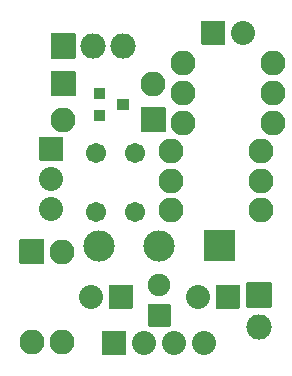
<source format=gbs>
G04 #@! TF.GenerationSoftware,KiCad,Pcbnew,(5.99.0-1200-g9ab2fcda7)*
G04 #@! TF.CreationDate,2020-04-02T19:41:38+03:00*
G04 #@! TF.ProjectId,superduro,73757065-7264-4757-926f-2e6b69636164,rev?*
G04 #@! TF.SameCoordinates,Original*
G04 #@! TF.FileFunction,Soldermask,Bot*
G04 #@! TF.FilePolarity,Negative*
%FSLAX46Y46*%
G04 Gerber Fmt 4.6, Leading zero omitted, Abs format (unit mm)*
G04 Created by KiCad (PCBNEW (5.99.0-1200-g9ab2fcda7)) date 2020-04-02 19:41:38*
%MOMM*%
%LPD*%
G01*
G04 APERTURE LIST*
%ADD10O,2.032400X2.032400*%
%ADD11C,1.702000*%
%ADD12O,2.102000X2.102000*%
%ADD13O,2.134000X2.134000*%
%ADD14O,2.642000X2.642000*%
%ADD15C,1.902000*%
G04 APERTURE END LIST*
D10*
X80772000Y-50546000D03*
G36*
G01*
X77215800Y-51511200D02*
X77215800Y-49580800D01*
G75*
G02*
X77266800Y-49529800I51000J0D01*
G01*
X79197200Y-49529800D01*
G75*
G02*
X79248200Y-49580800I0J-51000D01*
G01*
X79248200Y-51511200D01*
G75*
G02*
X79197200Y-51562200I-51000J0D01*
G01*
X77266800Y-51562200D01*
G75*
G02*
X77215800Y-51511200I0J51000D01*
G01*
G37*
X77470000Y-76835000D03*
X74930000Y-76835000D03*
X72390000Y-76835000D03*
G36*
G01*
X68833800Y-77800200D02*
X68833800Y-75869800D01*
G75*
G02*
X68884800Y-75818800I51000J0D01*
G01*
X70815200Y-75818800D01*
G75*
G02*
X70866200Y-75869800I0J-51000D01*
G01*
X70866200Y-77800200D01*
G75*
G02*
X70815200Y-77851200I-51000J0D01*
G01*
X68884800Y-77851200D01*
G75*
G02*
X68833800Y-77800200I0J51000D01*
G01*
G37*
D11*
X71628000Y-60722500D03*
X71628000Y-65722500D03*
X68326000Y-60722500D03*
X68326000Y-65722500D03*
D12*
X82296000Y-63119000D03*
X74676000Y-63119000D03*
D13*
X70612000Y-51689000D03*
X68072000Y-51689000D03*
G36*
G01*
X64465000Y-52705000D02*
X64465000Y-50673000D01*
G75*
G02*
X64516000Y-50622000I51000J0D01*
G01*
X66548000Y-50622000D01*
G75*
G02*
X66599000Y-50673000I0J-51000D01*
G01*
X66599000Y-52705000D01*
G75*
G02*
X66548000Y-52756000I-51000J0D01*
G01*
X64516000Y-52756000D01*
G75*
G02*
X64465000Y-52705000I0J51000D01*
G01*
G37*
D12*
X83312000Y-55626000D03*
X75692000Y-55626000D03*
X75692000Y-58166000D03*
X83312000Y-58166000D03*
G36*
G01*
X70095000Y-57042000D02*
X70095000Y-56242000D01*
G75*
G02*
X70146000Y-56191000I51000J0D01*
G01*
X71046000Y-56191000D01*
G75*
G02*
X71097000Y-56242000I0J-51000D01*
G01*
X71097000Y-57042000D01*
G75*
G02*
X71046000Y-57093000I-51000J0D01*
G01*
X70146000Y-57093000D01*
G75*
G02*
X70095000Y-57042000I0J51000D01*
G01*
G37*
G36*
G01*
X68095000Y-56092000D02*
X68095000Y-55292000D01*
G75*
G02*
X68146000Y-55241000I51000J0D01*
G01*
X69046000Y-55241000D01*
G75*
G02*
X69097000Y-55292000I0J-51000D01*
G01*
X69097000Y-56092000D01*
G75*
G02*
X69046000Y-56143000I-51000J0D01*
G01*
X68146000Y-56143000D01*
G75*
G02*
X68095000Y-56092000I0J51000D01*
G01*
G37*
G36*
G01*
X68095000Y-57992000D02*
X68095000Y-57192000D01*
G75*
G02*
X68146000Y-57141000I51000J0D01*
G01*
X69046000Y-57141000D01*
G75*
G02*
X69097000Y-57192000I0J-51000D01*
G01*
X69097000Y-57992000D01*
G75*
G02*
X69046000Y-58043000I-51000J0D01*
G01*
X68146000Y-58043000D01*
G75*
G02*
X68095000Y-57992000I0J51000D01*
G01*
G37*
G36*
G01*
X61865000Y-68037000D02*
X63865000Y-68037000D01*
G75*
G02*
X63916000Y-68088000I0J-51000D01*
G01*
X63916000Y-70088000D01*
G75*
G02*
X63865000Y-70139000I-51000J0D01*
G01*
X61865000Y-70139000D01*
G75*
G02*
X61814000Y-70088000I0J51000D01*
G01*
X61814000Y-68088000D01*
G75*
G02*
X61865000Y-68037000I51000J0D01*
G01*
G37*
X62865000Y-76708000D03*
G36*
G01*
X64481000Y-55864000D02*
X64481000Y-53864000D01*
G75*
G02*
X64532000Y-53813000I51000J0D01*
G01*
X66532000Y-53813000D01*
G75*
G02*
X66583000Y-53864000I0J-51000D01*
G01*
X66583000Y-55864000D01*
G75*
G02*
X66532000Y-55915000I-51000J0D01*
G01*
X64532000Y-55915000D01*
G75*
G02*
X64481000Y-55864000I0J51000D01*
G01*
G37*
X73152000Y-54864000D03*
G36*
G01*
X74203000Y-56912000D02*
X74203000Y-58912000D01*
G75*
G02*
X74152000Y-58963000I-51000J0D01*
G01*
X72152000Y-58963000D01*
G75*
G02*
X72101000Y-58912000I0J51000D01*
G01*
X72101000Y-56912000D01*
G75*
G02*
X72152000Y-56861000I51000J0D01*
G01*
X74152000Y-56861000D01*
G75*
G02*
X74203000Y-56912000I0J-51000D01*
G01*
G37*
X65532000Y-57912000D03*
D10*
X67868800Y-72898000D03*
G36*
G01*
X71425000Y-71932800D02*
X71425000Y-73863200D01*
G75*
G02*
X71374000Y-73914200I-51000J0D01*
G01*
X69443600Y-73914200D01*
G75*
G02*
X69392600Y-73863200I0J51000D01*
G01*
X69392600Y-71932800D01*
G75*
G02*
X69443600Y-71881800I51000J0D01*
G01*
X71374000Y-71881800D01*
G75*
G02*
X71425000Y-71932800I0J-51000D01*
G01*
G37*
D13*
X82105500Y-75438000D03*
G36*
G01*
X83172500Y-71755000D02*
X83172500Y-73787000D01*
G75*
G02*
X83121500Y-73838000I-51000J0D01*
G01*
X81089500Y-73838000D01*
G75*
G02*
X81038500Y-73787000I0J51000D01*
G01*
X81038500Y-71755000D01*
G75*
G02*
X81089500Y-71704000I51000J0D01*
G01*
X83121500Y-71704000D01*
G75*
G02*
X83172500Y-71755000I0J-51000D01*
G01*
G37*
D14*
X68580000Y-68580000D03*
X73660000Y-68580000D03*
G36*
G01*
X80061000Y-67310000D02*
X80061000Y-69850000D01*
G75*
G02*
X80010000Y-69901000I-51000J0D01*
G01*
X77470000Y-69901000D01*
G75*
G02*
X77419000Y-69850000I0J51000D01*
G01*
X77419000Y-67310000D01*
G75*
G02*
X77470000Y-67259000I51000J0D01*
G01*
X80010000Y-67259000D01*
G75*
G02*
X80061000Y-67310000I0J-51000D01*
G01*
G37*
D10*
X64516000Y-65468500D03*
X64516000Y-62928500D03*
G36*
G01*
X65481200Y-61404700D02*
X63550800Y-61404700D01*
G75*
G02*
X63499800Y-61353700I0J51000D01*
G01*
X63499800Y-59423300D01*
G75*
G02*
X63550800Y-59372300I51000J0D01*
G01*
X65481200Y-59372300D01*
G75*
G02*
X65532200Y-59423300I0J-51000D01*
G01*
X65532200Y-61353700D01*
G75*
G02*
X65481200Y-61404700I-51000J0D01*
G01*
G37*
D12*
X65405000Y-69088000D03*
X65405000Y-76708000D03*
X82296000Y-65532000D03*
X74676000Y-65532000D03*
X83312000Y-53086000D03*
X75692000Y-53086000D03*
X82296000Y-60579000D03*
X74676000Y-60579000D03*
D15*
X73660000Y-71945500D03*
G36*
G01*
X74560000Y-75436500D02*
X72760000Y-75436500D01*
G75*
G02*
X72709000Y-75385500I0J51000D01*
G01*
X72709000Y-73585500D01*
G75*
G02*
X72760000Y-73534500I51000J0D01*
G01*
X74560000Y-73534500D01*
G75*
G02*
X74611000Y-73585500I0J-51000D01*
G01*
X74611000Y-75385500D01*
G75*
G02*
X74560000Y-75436500I-51000J0D01*
G01*
G37*
D10*
X76898500Y-72898000D03*
G36*
G01*
X80454700Y-71932800D02*
X80454700Y-73863200D01*
G75*
G02*
X80403700Y-73914200I-51000J0D01*
G01*
X78473300Y-73914200D01*
G75*
G02*
X78422300Y-73863200I0J51000D01*
G01*
X78422300Y-71932800D01*
G75*
G02*
X78473300Y-71881800I51000J0D01*
G01*
X80403700Y-71881800D01*
G75*
G02*
X80454700Y-71932800I0J-51000D01*
G01*
G37*
M02*

</source>
